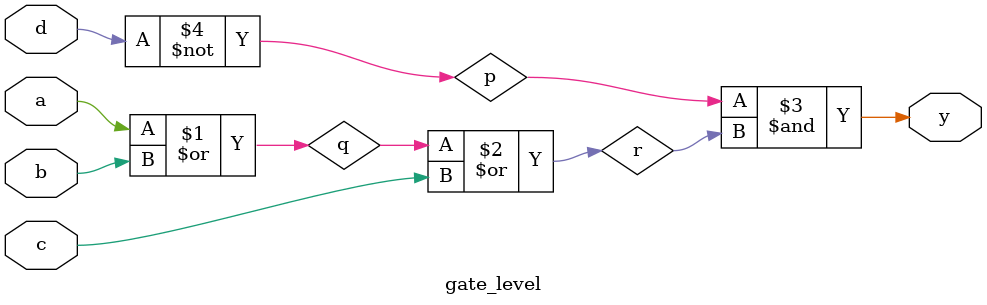
<source format=v>
module gate_level(y,a,b,c,d);
  input a,b,c,d;
  output y;
  wire p,q,r;
  not n1(p,d);
  or o1(q,a,b);
  or o2(r,q,c);
  and a1(y,p,r);
endmodule



</source>
